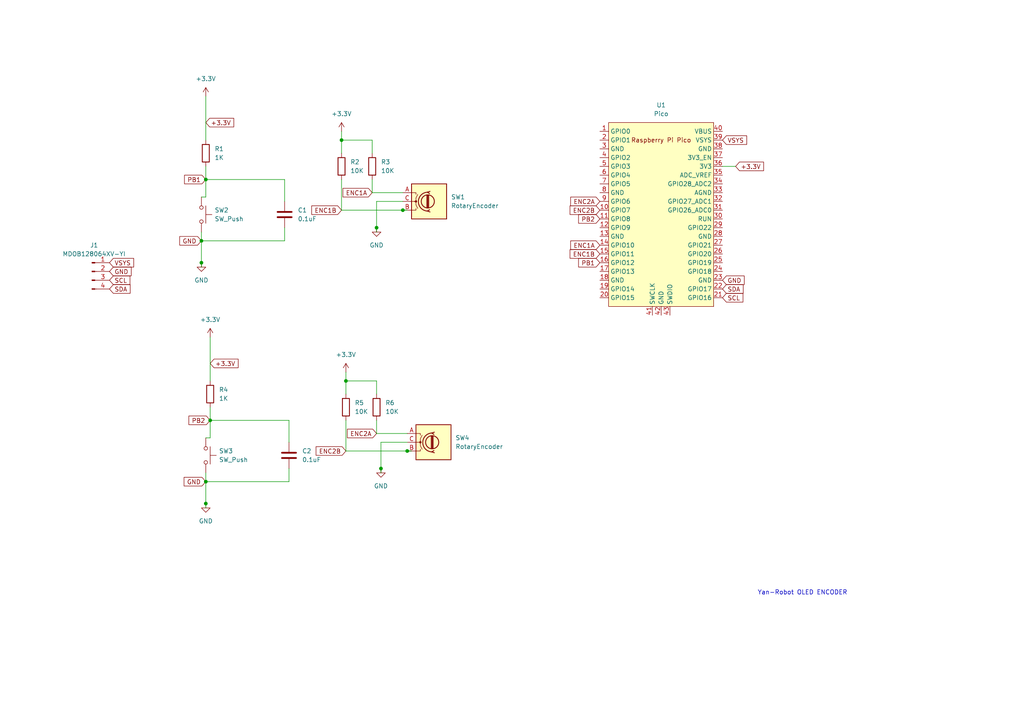
<source format=kicad_sch>
(kicad_sch (version 20230121) (generator eeschema)

  (uuid 7828d5b3-23bf-40cf-885b-8aa8879e93c9)

  (paper "A4")

  (lib_symbols
    (symbol "Connector:Conn_01x04_Pin" (pin_names (offset 1.016) hide) (in_bom yes) (on_board yes)
      (property "Reference" "J" (at 0 5.08 0)
        (effects (font (size 1.27 1.27)))
      )
      (property "Value" "Conn_01x04_Pin" (at 0 -7.62 0)
        (effects (font (size 1.27 1.27)))
      )
      (property "Footprint" "" (at 0 0 0)
        (effects (font (size 1.27 1.27)) hide)
      )
      (property "Datasheet" "~" (at 0 0 0)
        (effects (font (size 1.27 1.27)) hide)
      )
      (property "ki_locked" "" (at 0 0 0)
        (effects (font (size 1.27 1.27)))
      )
      (property "ki_keywords" "connector" (at 0 0 0)
        (effects (font (size 1.27 1.27)) hide)
      )
      (property "ki_description" "Generic connector, single row, 01x04, script generated" (at 0 0 0)
        (effects (font (size 1.27 1.27)) hide)
      )
      (property "ki_fp_filters" "Connector*:*_1x??_*" (at 0 0 0)
        (effects (font (size 1.27 1.27)) hide)
      )
      (symbol "Conn_01x04_Pin_1_1"
        (polyline
          (pts
            (xy 1.27 -5.08)
            (xy 0.8636 -5.08)
          )
          (stroke (width 0.1524) (type default))
          (fill (type none))
        )
        (polyline
          (pts
            (xy 1.27 -2.54)
            (xy 0.8636 -2.54)
          )
          (stroke (width 0.1524) (type default))
          (fill (type none))
        )
        (polyline
          (pts
            (xy 1.27 0)
            (xy 0.8636 0)
          )
          (stroke (width 0.1524) (type default))
          (fill (type none))
        )
        (polyline
          (pts
            (xy 1.27 2.54)
            (xy 0.8636 2.54)
          )
          (stroke (width 0.1524) (type default))
          (fill (type none))
        )
        (rectangle (start 0.8636 -4.953) (end 0 -5.207)
          (stroke (width 0.1524) (type default))
          (fill (type outline))
        )
        (rectangle (start 0.8636 -2.413) (end 0 -2.667)
          (stroke (width 0.1524) (type default))
          (fill (type outline))
        )
        (rectangle (start 0.8636 0.127) (end 0 -0.127)
          (stroke (width 0.1524) (type default))
          (fill (type outline))
        )
        (rectangle (start 0.8636 2.667) (end 0 2.413)
          (stroke (width 0.1524) (type default))
          (fill (type outline))
        )
        (pin passive line (at 5.08 2.54 180) (length 3.81)
          (name "Pin_1" (effects (font (size 1.27 1.27))))
          (number "1" (effects (font (size 1.27 1.27))))
        )
        (pin passive line (at 5.08 0 180) (length 3.81)
          (name "Pin_2" (effects (font (size 1.27 1.27))))
          (number "2" (effects (font (size 1.27 1.27))))
        )
        (pin passive line (at 5.08 -2.54 180) (length 3.81)
          (name "Pin_3" (effects (font (size 1.27 1.27))))
          (number "3" (effects (font (size 1.27 1.27))))
        )
        (pin passive line (at 5.08 -5.08 180) (length 3.81)
          (name "Pin_4" (effects (font (size 1.27 1.27))))
          (number "4" (effects (font (size 1.27 1.27))))
        )
      )
    )
    (symbol "Device:C" (pin_numbers hide) (pin_names (offset 0.254)) (in_bom yes) (on_board yes)
      (property "Reference" "C" (at 0.635 2.54 0)
        (effects (font (size 1.27 1.27)) (justify left))
      )
      (property "Value" "C" (at 0.635 -2.54 0)
        (effects (font (size 1.27 1.27)) (justify left))
      )
      (property "Footprint" "" (at 0.9652 -3.81 0)
        (effects (font (size 1.27 1.27)) hide)
      )
      (property "Datasheet" "~" (at 0 0 0)
        (effects (font (size 1.27 1.27)) hide)
      )
      (property "ki_keywords" "cap capacitor" (at 0 0 0)
        (effects (font (size 1.27 1.27)) hide)
      )
      (property "ki_description" "Unpolarized capacitor" (at 0 0 0)
        (effects (font (size 1.27 1.27)) hide)
      )
      (property "ki_fp_filters" "C_*" (at 0 0 0)
        (effects (font (size 1.27 1.27)) hide)
      )
      (symbol "C_0_1"
        (polyline
          (pts
            (xy -2.032 -0.762)
            (xy 2.032 -0.762)
          )
          (stroke (width 0.508) (type default))
          (fill (type none))
        )
        (polyline
          (pts
            (xy -2.032 0.762)
            (xy 2.032 0.762)
          )
          (stroke (width 0.508) (type default))
          (fill (type none))
        )
      )
      (symbol "C_1_1"
        (pin passive line (at 0 3.81 270) (length 2.794)
          (name "~" (effects (font (size 1.27 1.27))))
          (number "1" (effects (font (size 1.27 1.27))))
        )
        (pin passive line (at 0 -3.81 90) (length 2.794)
          (name "~" (effects (font (size 1.27 1.27))))
          (number "2" (effects (font (size 1.27 1.27))))
        )
      )
    )
    (symbol "Device:R" (pin_numbers hide) (pin_names (offset 0)) (in_bom yes) (on_board yes)
      (property "Reference" "R" (at 2.032 0 90)
        (effects (font (size 1.27 1.27)))
      )
      (property "Value" "R" (at 0 0 90)
        (effects (font (size 1.27 1.27)))
      )
      (property "Footprint" "" (at -1.778 0 90)
        (effects (font (size 1.27 1.27)) hide)
      )
      (property "Datasheet" "~" (at 0 0 0)
        (effects (font (size 1.27 1.27)) hide)
      )
      (property "ki_keywords" "R res resistor" (at 0 0 0)
        (effects (font (size 1.27 1.27)) hide)
      )
      (property "ki_description" "Resistor" (at 0 0 0)
        (effects (font (size 1.27 1.27)) hide)
      )
      (property "ki_fp_filters" "R_*" (at 0 0 0)
        (effects (font (size 1.27 1.27)) hide)
      )
      (symbol "R_0_1"
        (rectangle (start -1.016 -2.54) (end 1.016 2.54)
          (stroke (width 0.254) (type default))
          (fill (type none))
        )
      )
      (symbol "R_1_1"
        (pin passive line (at 0 3.81 270) (length 1.27)
          (name "~" (effects (font (size 1.27 1.27))))
          (number "1" (effects (font (size 1.27 1.27))))
        )
        (pin passive line (at 0 -3.81 90) (length 1.27)
          (name "~" (effects (font (size 1.27 1.27))))
          (number "2" (effects (font (size 1.27 1.27))))
        )
      )
    )
    (symbol "Device:RotaryEncoder" (pin_names (offset 0.254) hide) (in_bom yes) (on_board yes)
      (property "Reference" "SW" (at 0 6.604 0)
        (effects (font (size 1.27 1.27)))
      )
      (property "Value" "RotaryEncoder" (at 0 -6.604 0)
        (effects (font (size 1.27 1.27)))
      )
      (property "Footprint" "" (at -3.81 4.064 0)
        (effects (font (size 1.27 1.27)) hide)
      )
      (property "Datasheet" "~" (at 0 6.604 0)
        (effects (font (size 1.27 1.27)) hide)
      )
      (property "ki_keywords" "rotary switch encoder" (at 0 0 0)
        (effects (font (size 1.27 1.27)) hide)
      )
      (property "ki_description" "Rotary encoder, dual channel, incremental quadrate outputs" (at 0 0 0)
        (effects (font (size 1.27 1.27)) hide)
      )
      (property "ki_fp_filters" "RotaryEncoder*" (at 0 0 0)
        (effects (font (size 1.27 1.27)) hide)
      )
      (symbol "RotaryEncoder_0_1"
        (rectangle (start -5.08 5.08) (end 5.08 -5.08)
          (stroke (width 0.254) (type default))
          (fill (type background))
        )
        (circle (center -3.81 0) (radius 0.254)
          (stroke (width 0) (type default))
          (fill (type outline))
        )
        (circle (center -0.381 0) (radius 1.905)
          (stroke (width 0.254) (type default))
          (fill (type none))
        )
        (arc (start -0.381 2.667) (mid -3.0988 -0.0635) (end -0.381 -2.794)
          (stroke (width 0.254) (type default))
          (fill (type none))
        )
        (polyline
          (pts
            (xy -0.635 -1.778)
            (xy -0.635 1.778)
          )
          (stroke (width 0.254) (type default))
          (fill (type none))
        )
        (polyline
          (pts
            (xy -0.381 -1.778)
            (xy -0.381 1.778)
          )
          (stroke (width 0.254) (type default))
          (fill (type none))
        )
        (polyline
          (pts
            (xy -0.127 1.778)
            (xy -0.127 -1.778)
          )
          (stroke (width 0.254) (type default))
          (fill (type none))
        )
        (polyline
          (pts
            (xy -5.08 -2.54)
            (xy -3.81 -2.54)
            (xy -3.81 -2.032)
          )
          (stroke (width 0) (type default))
          (fill (type none))
        )
        (polyline
          (pts
            (xy -5.08 2.54)
            (xy -3.81 2.54)
            (xy -3.81 2.032)
          )
          (stroke (width 0) (type default))
          (fill (type none))
        )
        (polyline
          (pts
            (xy 0.254 -3.048)
            (xy -0.508 -2.794)
            (xy 0.127 -2.413)
          )
          (stroke (width 0.254) (type default))
          (fill (type none))
        )
        (polyline
          (pts
            (xy 0.254 2.921)
            (xy -0.508 2.667)
            (xy 0.127 2.286)
          )
          (stroke (width 0.254) (type default))
          (fill (type none))
        )
        (polyline
          (pts
            (xy -5.08 0)
            (xy -3.81 0)
            (xy -3.81 -1.016)
            (xy -3.302 -2.032)
          )
          (stroke (width 0) (type default))
          (fill (type none))
        )
        (polyline
          (pts
            (xy -4.318 0)
            (xy -3.81 0)
            (xy -3.81 1.016)
            (xy -3.302 2.032)
          )
          (stroke (width 0) (type default))
          (fill (type none))
        )
      )
      (symbol "RotaryEncoder_1_1"
        (pin passive line (at -7.62 2.54 0) (length 2.54)
          (name "A" (effects (font (size 1.27 1.27))))
          (number "A" (effects (font (size 1.27 1.27))))
        )
        (pin passive line (at -7.62 -2.54 0) (length 2.54)
          (name "B" (effects (font (size 1.27 1.27))))
          (number "B" (effects (font (size 1.27 1.27))))
        )
        (pin passive line (at -7.62 0 0) (length 2.54)
          (name "C" (effects (font (size 1.27 1.27))))
          (number "C" (effects (font (size 1.27 1.27))))
        )
      )
    )
    (symbol "MCU_RaspberryPi_and_Boards:Pico" (in_bom yes) (on_board yes)
      (property "Reference" "U" (at -13.97 27.94 0)
        (effects (font (size 1.27 1.27)))
      )
      (property "Value" "Pico" (at 0 19.05 0)
        (effects (font (size 1.27 1.27)))
      )
      (property "Footprint" "RPi_Pico:RPi_Pico_SMD_TH" (at 0 0 90)
        (effects (font (size 1.27 1.27)) hide)
      )
      (property "Datasheet" "" (at 0 0 0)
        (effects (font (size 1.27 1.27)) hide)
      )
      (symbol "Pico_0_0"
        (text "Raspberry Pi Pico" (at 0 21.59 0)
          (effects (font (size 1.27 1.27)))
        )
      )
      (symbol "Pico_0_1"
        (rectangle (start -15.24 26.67) (end 15.24 -26.67)
          (stroke (width 0) (type default))
          (fill (type background))
        )
      )
      (symbol "Pico_1_1"
        (pin bidirectional line (at -17.78 24.13 0) (length 2.54)
          (name "GPIO0" (effects (font (size 1.27 1.27))))
          (number "1" (effects (font (size 1.27 1.27))))
        )
        (pin bidirectional line (at -17.78 1.27 0) (length 2.54)
          (name "GPIO7" (effects (font (size 1.27 1.27))))
          (number "10" (effects (font (size 1.27 1.27))))
        )
        (pin bidirectional line (at -17.78 -1.27 0) (length 2.54)
          (name "GPIO8" (effects (font (size 1.27 1.27))))
          (number "11" (effects (font (size 1.27 1.27))))
        )
        (pin bidirectional line (at -17.78 -3.81 0) (length 2.54)
          (name "GPIO9" (effects (font (size 1.27 1.27))))
          (number "12" (effects (font (size 1.27 1.27))))
        )
        (pin power_in line (at -17.78 -6.35 0) (length 2.54)
          (name "GND" (effects (font (size 1.27 1.27))))
          (number "13" (effects (font (size 1.27 1.27))))
        )
        (pin bidirectional line (at -17.78 -8.89 0) (length 2.54)
          (name "GPIO10" (effects (font (size 1.27 1.27))))
          (number "14" (effects (font (size 1.27 1.27))))
        )
        (pin bidirectional line (at -17.78 -11.43 0) (length 2.54)
          (name "GPIO11" (effects (font (size 1.27 1.27))))
          (number "15" (effects (font (size 1.27 1.27))))
        )
        (pin bidirectional line (at -17.78 -13.97 0) (length 2.54)
          (name "GPIO12" (effects (font (size 1.27 1.27))))
          (number "16" (effects (font (size 1.27 1.27))))
        )
        (pin bidirectional line (at -17.78 -16.51 0) (length 2.54)
          (name "GPIO13" (effects (font (size 1.27 1.27))))
          (number "17" (effects (font (size 1.27 1.27))))
        )
        (pin power_in line (at -17.78 -19.05 0) (length 2.54)
          (name "GND" (effects (font (size 1.27 1.27))))
          (number "18" (effects (font (size 1.27 1.27))))
        )
        (pin bidirectional line (at -17.78 -21.59 0) (length 2.54)
          (name "GPIO14" (effects (font (size 1.27 1.27))))
          (number "19" (effects (font (size 1.27 1.27))))
        )
        (pin bidirectional line (at -17.78 21.59 0) (length 2.54)
          (name "GPIO1" (effects (font (size 1.27 1.27))))
          (number "2" (effects (font (size 1.27 1.27))))
        )
        (pin bidirectional line (at -17.78 -24.13 0) (length 2.54)
          (name "GPIO15" (effects (font (size 1.27 1.27))))
          (number "20" (effects (font (size 1.27 1.27))))
        )
        (pin bidirectional line (at 17.78 -24.13 180) (length 2.54)
          (name "GPIO16" (effects (font (size 1.27 1.27))))
          (number "21" (effects (font (size 1.27 1.27))))
        )
        (pin bidirectional line (at 17.78 -21.59 180) (length 2.54)
          (name "GPIO17" (effects (font (size 1.27 1.27))))
          (number "22" (effects (font (size 1.27 1.27))))
        )
        (pin power_in line (at 17.78 -19.05 180) (length 2.54)
          (name "GND" (effects (font (size 1.27 1.27))))
          (number "23" (effects (font (size 1.27 1.27))))
        )
        (pin bidirectional line (at 17.78 -16.51 180) (length 2.54)
          (name "GPIO18" (effects (font (size 1.27 1.27))))
          (number "24" (effects (font (size 1.27 1.27))))
        )
        (pin bidirectional line (at 17.78 -13.97 180) (length 2.54)
          (name "GPIO19" (effects (font (size 1.27 1.27))))
          (number "25" (effects (font (size 1.27 1.27))))
        )
        (pin bidirectional line (at 17.78 -11.43 180) (length 2.54)
          (name "GPIO20" (effects (font (size 1.27 1.27))))
          (number "26" (effects (font (size 1.27 1.27))))
        )
        (pin bidirectional line (at 17.78 -8.89 180) (length 2.54)
          (name "GPIO21" (effects (font (size 1.27 1.27))))
          (number "27" (effects (font (size 1.27 1.27))))
        )
        (pin power_in line (at 17.78 -6.35 180) (length 2.54)
          (name "GND" (effects (font (size 1.27 1.27))))
          (number "28" (effects (font (size 1.27 1.27))))
        )
        (pin bidirectional line (at 17.78 -3.81 180) (length 2.54)
          (name "GPIO22" (effects (font (size 1.27 1.27))))
          (number "29" (effects (font (size 1.27 1.27))))
        )
        (pin power_in line (at -17.78 19.05 0) (length 2.54)
          (name "GND" (effects (font (size 1.27 1.27))))
          (number "3" (effects (font (size 1.27 1.27))))
        )
        (pin input line (at 17.78 -1.27 180) (length 2.54)
          (name "RUN" (effects (font (size 1.27 1.27))))
          (number "30" (effects (font (size 1.27 1.27))))
        )
        (pin bidirectional line (at 17.78 1.27 180) (length 2.54)
          (name "GPIO26_ADC0" (effects (font (size 1.27 1.27))))
          (number "31" (effects (font (size 1.27 1.27))))
        )
        (pin bidirectional line (at 17.78 3.81 180) (length 2.54)
          (name "GPIO27_ADC1" (effects (font (size 1.27 1.27))))
          (number "32" (effects (font (size 1.27 1.27))))
        )
        (pin power_in line (at 17.78 6.35 180) (length 2.54)
          (name "AGND" (effects (font (size 1.27 1.27))))
          (number "33" (effects (font (size 1.27 1.27))))
        )
        (pin bidirectional line (at 17.78 8.89 180) (length 2.54)
          (name "GPIO28_ADC2" (effects (font (size 1.27 1.27))))
          (number "34" (effects (font (size 1.27 1.27))))
        )
        (pin power_in line (at 17.78 11.43 180) (length 2.54)
          (name "ADC_VREF" (effects (font (size 1.27 1.27))))
          (number "35" (effects (font (size 1.27 1.27))))
        )
        (pin power_in line (at 17.78 13.97 180) (length 2.54)
          (name "3V3" (effects (font (size 1.27 1.27))))
          (number "36" (effects (font (size 1.27 1.27))))
        )
        (pin input line (at 17.78 16.51 180) (length 2.54)
          (name "3V3_EN" (effects (font (size 1.27 1.27))))
          (number "37" (effects (font (size 1.27 1.27))))
        )
        (pin bidirectional line (at 17.78 19.05 180) (length 2.54)
          (name "GND" (effects (font (size 1.27 1.27))))
          (number "38" (effects (font (size 1.27 1.27))))
        )
        (pin power_in line (at 17.78 21.59 180) (length 2.54)
          (name "VSYS" (effects (font (size 1.27 1.27))))
          (number "39" (effects (font (size 1.27 1.27))))
        )
        (pin bidirectional line (at -17.78 16.51 0) (length 2.54)
          (name "GPIO2" (effects (font (size 1.27 1.27))))
          (number "4" (effects (font (size 1.27 1.27))))
        )
        (pin power_in line (at 17.78 24.13 180) (length 2.54)
          (name "VBUS" (effects (font (size 1.27 1.27))))
          (number "40" (effects (font (size 1.27 1.27))))
        )
        (pin input line (at -2.54 -29.21 90) (length 2.54)
          (name "SWCLK" (effects (font (size 1.27 1.27))))
          (number "41" (effects (font (size 1.27 1.27))))
        )
        (pin power_in line (at 0 -29.21 90) (length 2.54)
          (name "GND" (effects (font (size 1.27 1.27))))
          (number "42" (effects (font (size 1.27 1.27))))
        )
        (pin bidirectional line (at 2.54 -29.21 90) (length 2.54)
          (name "SWDIO" (effects (font (size 1.27 1.27))))
          (number "43" (effects (font (size 1.27 1.27))))
        )
        (pin bidirectional line (at -17.78 13.97 0) (length 2.54)
          (name "GPIO3" (effects (font (size 1.27 1.27))))
          (number "5" (effects (font (size 1.27 1.27))))
        )
        (pin bidirectional line (at -17.78 11.43 0) (length 2.54)
          (name "GPIO4" (effects (font (size 1.27 1.27))))
          (number "6" (effects (font (size 1.27 1.27))))
        )
        (pin bidirectional line (at -17.78 8.89 0) (length 2.54)
          (name "GPIO5" (effects (font (size 1.27 1.27))))
          (number "7" (effects (font (size 1.27 1.27))))
        )
        (pin power_in line (at -17.78 6.35 0) (length 2.54)
          (name "GND" (effects (font (size 1.27 1.27))))
          (number "8" (effects (font (size 1.27 1.27))))
        )
        (pin bidirectional line (at -17.78 3.81 0) (length 2.54)
          (name "GPIO6" (effects (font (size 1.27 1.27))))
          (number "9" (effects (font (size 1.27 1.27))))
        )
      )
    )
    (symbol "Switch:SW_Push" (pin_numbers hide) (pin_names (offset 1.016) hide) (in_bom yes) (on_board yes)
      (property "Reference" "SW" (at 1.27 2.54 0)
        (effects (font (size 1.27 1.27)) (justify left))
      )
      (property "Value" "SW_Push" (at 0 -1.524 0)
        (effects (font (size 1.27 1.27)))
      )
      (property "Footprint" "" (at 0 5.08 0)
        (effects (font (size 1.27 1.27)) hide)
      )
      (property "Datasheet" "~" (at 0 5.08 0)
        (effects (font (size 1.27 1.27)) hide)
      )
      (property "ki_keywords" "switch normally-open pushbutton push-button" (at 0 0 0)
        (effects (font (size 1.27 1.27)) hide)
      )
      (property "ki_description" "Push button switch, generic, two pins" (at 0 0 0)
        (effects (font (size 1.27 1.27)) hide)
      )
      (symbol "SW_Push_0_1"
        (circle (center -2.032 0) (radius 0.508)
          (stroke (width 0) (type default))
          (fill (type none))
        )
        (polyline
          (pts
            (xy 0 1.27)
            (xy 0 3.048)
          )
          (stroke (width 0) (type default))
          (fill (type none))
        )
        (polyline
          (pts
            (xy 2.54 1.27)
            (xy -2.54 1.27)
          )
          (stroke (width 0) (type default))
          (fill (type none))
        )
        (circle (center 2.032 0) (radius 0.508)
          (stroke (width 0) (type default))
          (fill (type none))
        )
        (pin passive line (at -5.08 0 0) (length 2.54)
          (name "1" (effects (font (size 1.27 1.27))))
          (number "1" (effects (font (size 1.27 1.27))))
        )
        (pin passive line (at 5.08 0 180) (length 2.54)
          (name "2" (effects (font (size 1.27 1.27))))
          (number "2" (effects (font (size 1.27 1.27))))
        )
      )
    )
    (symbol "power:+3.3V" (power) (pin_names (offset 0)) (in_bom yes) (on_board yes)
      (property "Reference" "#PWR" (at 0 -3.81 0)
        (effects (font (size 1.27 1.27)) hide)
      )
      (property "Value" "+3.3V" (at 0 3.556 0)
        (effects (font (size 1.27 1.27)))
      )
      (property "Footprint" "" (at 0 0 0)
        (effects (font (size 1.27 1.27)) hide)
      )
      (property "Datasheet" "" (at 0 0 0)
        (effects (font (size 1.27 1.27)) hide)
      )
      (property "ki_keywords" "global power" (at 0 0 0)
        (effects (font (size 1.27 1.27)) hide)
      )
      (property "ki_description" "Power symbol creates a global label with name \"+3.3V\"" (at 0 0 0)
        (effects (font (size 1.27 1.27)) hide)
      )
      (symbol "+3.3V_0_1"
        (polyline
          (pts
            (xy -0.762 1.27)
            (xy 0 2.54)
          )
          (stroke (width 0) (type default))
          (fill (type none))
        )
        (polyline
          (pts
            (xy 0 0)
            (xy 0 2.54)
          )
          (stroke (width 0) (type default))
          (fill (type none))
        )
        (polyline
          (pts
            (xy 0 2.54)
            (xy 0.762 1.27)
          )
          (stroke (width 0) (type default))
          (fill (type none))
        )
      )
      (symbol "+3.3V_1_1"
        (pin power_in line (at 0 0 90) (length 0) hide
          (name "+3.3V" (effects (font (size 1.27 1.27))))
          (number "1" (effects (font (size 1.27 1.27))))
        )
      )
    )
    (symbol "power:GND" (power) (pin_names (offset 0)) (in_bom yes) (on_board yes)
      (property "Reference" "#PWR" (at 0 -6.35 0)
        (effects (font (size 1.27 1.27)) hide)
      )
      (property "Value" "GND" (at 0 -3.81 0)
        (effects (font (size 1.27 1.27)))
      )
      (property "Footprint" "" (at 0 0 0)
        (effects (font (size 1.27 1.27)) hide)
      )
      (property "Datasheet" "" (at 0 0 0)
        (effects (font (size 1.27 1.27)) hide)
      )
      (property "ki_keywords" "global power" (at 0 0 0)
        (effects (font (size 1.27 1.27)) hide)
      )
      (property "ki_description" "Power symbol creates a global label with name \"GND\" , ground" (at 0 0 0)
        (effects (font (size 1.27 1.27)) hide)
      )
      (symbol "GND_0_1"
        (polyline
          (pts
            (xy 0 0)
            (xy 0 -1.27)
            (xy 1.27 -1.27)
            (xy 0 -2.54)
            (xy -1.27 -1.27)
            (xy 0 -1.27)
          )
          (stroke (width 0) (type default))
          (fill (type none))
        )
      )
      (symbol "GND_1_1"
        (pin power_in line (at 0 0 270) (length 0) hide
          (name "GND" (effects (font (size 1.27 1.27))))
          (number "1" (effects (font (size 1.27 1.27))))
        )
      )
    )
  )

  (junction (at 100.33 110.49) (diameter 0) (color 0 0 0 0)
    (uuid 0da43820-9892-4063-918a-76904be123b6)
  )
  (junction (at 99.06 40.64) (diameter 0) (color 0 0 0 0)
    (uuid 17a0f1a2-25f9-4d78-b168-9b40b55d1009)
  )
  (junction (at 109.22 66.04) (diameter 0) (color 0 0 0 0)
    (uuid 1b08664a-fefd-4038-8790-0423368916a8)
  )
  (junction (at 110.49 135.89) (diameter 0) (color 0 0 0 0)
    (uuid 3374fda5-93e0-4616-9f71-90c77f55bc9f)
  )
  (junction (at 59.69 146.05) (diameter 0) (color 0 0 0 0)
    (uuid 3fed8970-60eb-4eba-9e0f-9b74a2cf2817)
  )
  (junction (at 116.84 60.96) (diameter 0) (color 0 0 0 0)
    (uuid 4bc37206-de2f-4030-abe3-eac0d01268c9)
  )
  (junction (at 58.42 76.2) (diameter 0) (color 0 0 0 0)
    (uuid 4f345086-7557-4a2a-8f68-53215d017f0f)
  )
  (junction (at 118.11 130.81) (diameter 0) (color 0 0 0 0)
    (uuid 50068932-9eb8-4398-9033-80c8b5a819d0)
  )
  (junction (at 60.96 121.92) (diameter 0) (color 0 0 0 0)
    (uuid 5bb61590-9740-496c-b8d7-5820db2391b5)
  )
  (junction (at 59.69 52.07) (diameter 0) (color 0 0 0 0)
    (uuid b5f04362-4ef3-406c-97cd-bdf52ad200a9)
  )
  (junction (at 59.69 139.7) (diameter 0) (color 0 0 0 0)
    (uuid bc6a2cd5-28c5-402d-bd8f-29e26b1ebc71)
  )
  (junction (at 58.42 69.85) (diameter 0) (color 0 0 0 0)
    (uuid cffa649f-4626-40ad-83ba-8d3ddb298e0b)
  )

  (wire (pts (xy 82.55 69.85) (xy 58.42 69.85))
    (stroke (width 0) (type default))
    (uuid 0175c284-8546-488d-90b0-906f42d4e824)
  )
  (wire (pts (xy 107.95 44.45) (xy 107.95 40.64))
    (stroke (width 0) (type default))
    (uuid 03efa592-57ab-475f-b036-a1ff0269fa91)
  )
  (wire (pts (xy 109.22 121.92) (xy 109.22 125.73))
    (stroke (width 0) (type default))
    (uuid 0ec25371-9b06-432f-bb1a-3f333a317c9b)
  )
  (wire (pts (xy 60.96 127) (xy 59.69 127))
    (stroke (width 0) (type default))
    (uuid 1054cd94-eabe-4901-a795-b3236d51768b)
  )
  (wire (pts (xy 99.06 40.64) (xy 107.95 40.64))
    (stroke (width 0) (type default))
    (uuid 11827f10-53df-41fb-b449-8e84946b6a46)
  )
  (wire (pts (xy 60.96 121.92) (xy 83.82 121.92))
    (stroke (width 0) (type default))
    (uuid 1743fc69-1d0b-43e7-ab27-b8fc27d33272)
  )
  (wire (pts (xy 116.84 60.96) (xy 118.11 60.96))
    (stroke (width 0) (type default))
    (uuid 1aadd011-0ad3-4120-8a5c-28116b045864)
  )
  (wire (pts (xy 118.11 130.81) (xy 119.38 130.81))
    (stroke (width 0) (type default))
    (uuid 1f5a6699-91f7-47d3-b839-5e2c9d0a8d47)
  )
  (wire (pts (xy 107.95 55.88) (xy 116.84 55.88))
    (stroke (width 0) (type default))
    (uuid 283925c4-e041-4351-86fa-fda363d7a1a3)
  )
  (wire (pts (xy 60.96 118.11) (xy 60.96 121.92))
    (stroke (width 0) (type default))
    (uuid 2a886f15-9ce2-4073-9c4f-f9fc900055a1)
  )
  (wire (pts (xy 100.33 107.95) (xy 100.33 110.49))
    (stroke (width 0) (type default))
    (uuid 37437a40-50ee-46ba-b024-6e3fcf9320ef)
  )
  (wire (pts (xy 83.82 121.92) (xy 83.82 128.27))
    (stroke (width 0) (type default))
    (uuid 394d0412-90e7-47b2-acc6-7f77135ac1b4)
  )
  (wire (pts (xy 109.22 114.3) (xy 109.22 110.49))
    (stroke (width 0) (type default))
    (uuid 409079bc-cdbf-4d7c-b604-54e0220ab91a)
  )
  (wire (pts (xy 110.49 135.89) (xy 110.49 137.16))
    (stroke (width 0) (type default))
    (uuid 40efb268-894b-4c5e-92b7-b233931444a5)
  )
  (wire (pts (xy 109.22 58.42) (xy 109.22 66.04))
    (stroke (width 0) (type default))
    (uuid 4158b15d-14be-4ba5-a048-456574e6c128)
  )
  (wire (pts (xy 118.11 128.27) (xy 110.49 128.27))
    (stroke (width 0) (type default))
    (uuid 48a4060f-4e32-4a04-8e59-e6bf3785900d)
  )
  (wire (pts (xy 99.06 60.96) (xy 116.84 60.96))
    (stroke (width 0) (type default))
    (uuid 4adbf1d5-33c1-4090-87ff-4f25c6c3c9ed)
  )
  (wire (pts (xy 107.95 52.07) (xy 107.95 55.88))
    (stroke (width 0) (type default))
    (uuid 4b9885b4-be8e-45cf-9c96-5595440f9021)
  )
  (wire (pts (xy 59.69 146.05) (xy 59.69 147.32))
    (stroke (width 0) (type default))
    (uuid 50047094-38ab-4c30-990f-e5ce4118e368)
  )
  (wire (pts (xy 58.42 69.85) (xy 58.42 76.2))
    (stroke (width 0) (type default))
    (uuid 52c76902-10e2-4b46-b7a2-460946cebc17)
  )
  (wire (pts (xy 59.69 139.7) (xy 59.69 146.05))
    (stroke (width 0) (type default))
    (uuid 530bebbb-d5ed-4da2-b468-7421b10a9cfd)
  )
  (wire (pts (xy 58.42 76.2) (xy 58.42 77.47))
    (stroke (width 0) (type default))
    (uuid 55f9bab0-e5c4-4de5-9fdc-f3c1857bdc74)
  )
  (wire (pts (xy 213.36 48.26) (xy 209.55 48.26))
    (stroke (width 0) (type default))
    (uuid 5bf46376-05e7-41f4-8156-09ed0a6eb41e)
  )
  (wire (pts (xy 116.84 58.42) (xy 109.22 58.42))
    (stroke (width 0) (type default))
    (uuid 66661b7d-f374-46fa-bbdc-ef50d39ba63f)
  )
  (wire (pts (xy 82.55 52.07) (xy 82.55 58.42))
    (stroke (width 0) (type default))
    (uuid 6d98c3a1-93e0-4ee3-aa4c-b5581eaebe05)
  )
  (wire (pts (xy 59.69 52.07) (xy 59.69 57.15))
    (stroke (width 0) (type default))
    (uuid 864ece6d-1d1a-4c07-9a90-2a121c6858bc)
  )
  (wire (pts (xy 59.69 57.15) (xy 58.42 57.15))
    (stroke (width 0) (type default))
    (uuid 86820c3e-e53f-40c8-83ea-d6fa3016dfac)
  )
  (wire (pts (xy 100.33 110.49) (xy 109.22 110.49))
    (stroke (width 0) (type default))
    (uuid 86abf39f-b2f0-4d35-977c-2e4708dd2312)
  )
  (wire (pts (xy 60.96 121.92) (xy 60.96 127))
    (stroke (width 0) (type default))
    (uuid 8c81575a-fbde-43f8-ac42-54d5591370f8)
  )
  (wire (pts (xy 99.06 40.64) (xy 99.06 44.45))
    (stroke (width 0) (type default))
    (uuid 8d17b085-aa51-4177-88d3-67707a13a35e)
  )
  (wire (pts (xy 83.82 135.89) (xy 83.82 139.7))
    (stroke (width 0) (type default))
    (uuid 93da640d-7f3f-4c0e-a71c-6bdcc525862b)
  )
  (wire (pts (xy 59.69 27.94) (xy 59.69 40.64))
    (stroke (width 0) (type default))
    (uuid 9a227394-a186-4502-bf51-09e6be0d89f8)
  )
  (wire (pts (xy 59.69 137.16) (xy 59.69 139.7))
    (stroke (width 0) (type default))
    (uuid a1174062-918d-474a-b65e-9a7190dc898d)
  )
  (wire (pts (xy 99.06 38.1) (xy 99.06 40.64))
    (stroke (width 0) (type default))
    (uuid ab5b1dfc-43a1-4e1c-b948-4949eedd6b29)
  )
  (wire (pts (xy 109.22 125.73) (xy 118.11 125.73))
    (stroke (width 0) (type default))
    (uuid b136ec8a-fdb3-4662-897b-7ed7e0bc528b)
  )
  (wire (pts (xy 100.33 130.81) (xy 118.11 130.81))
    (stroke (width 0) (type default))
    (uuid b160dcb8-f9a6-4084-8b19-86e36e8615bb)
  )
  (wire (pts (xy 110.49 128.27) (xy 110.49 135.89))
    (stroke (width 0) (type default))
    (uuid b99ee453-d218-44d0-ba9c-12a8e883c807)
  )
  (wire (pts (xy 59.69 48.26) (xy 59.69 52.07))
    (stroke (width 0) (type default))
    (uuid b9b088b6-76fb-4d93-980b-d86553021069)
  )
  (wire (pts (xy 82.55 66.04) (xy 82.55 69.85))
    (stroke (width 0) (type default))
    (uuid c32f847d-abfa-45a2-824c-016f8b2ecf6c)
  )
  (wire (pts (xy 109.22 66.04) (xy 109.22 67.31))
    (stroke (width 0) (type default))
    (uuid ca30de00-c255-4f78-82d7-1b81eb59910a)
  )
  (wire (pts (xy 100.33 121.92) (xy 100.33 130.81))
    (stroke (width 0) (type default))
    (uuid d1d71669-62b7-438f-aedb-96b4e7bc5cdb)
  )
  (wire (pts (xy 60.96 97.79) (xy 60.96 110.49))
    (stroke (width 0) (type default))
    (uuid d250c428-0dbd-4fc3-8d6f-f97d84220f30)
  )
  (wire (pts (xy 100.33 110.49) (xy 100.33 114.3))
    (stroke (width 0) (type default))
    (uuid d574e15f-d864-4669-9ad8-d0427c626b3c)
  )
  (wire (pts (xy 58.42 67.31) (xy 58.42 69.85))
    (stroke (width 0) (type default))
    (uuid d73e1854-90f2-46ec-b47b-a413f6387d04)
  )
  (wire (pts (xy 99.06 52.07) (xy 99.06 60.96))
    (stroke (width 0) (type default))
    (uuid d778adb1-f3b5-41b5-a226-82f464aa4ba1)
  )
  (wire (pts (xy 59.69 52.07) (xy 82.55 52.07))
    (stroke (width 0) (type default))
    (uuid d81e595e-1656-4bec-ba76-9f424c8a81e0)
  )
  (wire (pts (xy 83.82 139.7) (xy 59.69 139.7))
    (stroke (width 0) (type default))
    (uuid e78164ff-3ccc-4024-9f03-45cd365eaa60)
  )

  (text "Yan-Robot OLED ENCODER " (at 219.71 172.72 0)
    (effects (font (size 1.27 1.27)) (justify left bottom))
    (uuid aeffa478-8710-4bad-b13f-c9233cd111b2)
  )

  (global_label "ENC1B" (shape input) (at 99.06 60.96 180) (fields_autoplaced)
    (effects (font (size 1.27 1.27)) (justify right))
    (uuid 038d5ad6-43b2-4440-a8d3-11331ab6c7c9)
    (property "Intersheetrefs" "${INTERSHEET_REFS}" (at 89.8458 60.96 0)
      (effects (font (size 1.27 1.27)) (justify right) hide)
    )
  )
  (global_label "ENC2B" (shape input) (at 173.99 60.96 180) (fields_autoplaced)
    (effects (font (size 1.27 1.27)) (justify right))
    (uuid 0e3b6628-8e33-494d-9c6a-67247269f23f)
    (property "Intersheetrefs" "${INTERSHEET_REFS}" (at 164.7758 60.96 0)
      (effects (font (size 1.27 1.27)) (justify right) hide)
    )
  )
  (global_label "PB2" (shape input) (at 173.99 63.5 180) (fields_autoplaced)
    (effects (font (size 1.27 1.27)) (justify right))
    (uuid 10533f92-50ae-4ca2-91b0-c2c61dfcfbbf)
    (property "Intersheetrefs" "${INTERSHEET_REFS}" (at 167.2553 63.5 0)
      (effects (font (size 1.27 1.27)) (justify right) hide)
    )
  )
  (global_label "+3.3V" (shape input) (at 59.69 35.56 0) (fields_autoplaced)
    (effects (font (size 1.27 1.27)) (justify left))
    (uuid 108fb2c2-f116-4935-ba46-e223eb575baa)
    (property "Intersheetrefs" "${INTERSHEET_REFS}" (at 68.36 35.56 0)
      (effects (font (size 1.27 1.27)) (justify left) hide)
    )
  )
  (global_label "ENC2B" (shape input) (at 100.33 130.81 180) (fields_autoplaced)
    (effects (font (size 1.27 1.27)) (justify right))
    (uuid 123ac50d-2958-4660-a98a-4794ad0b4965)
    (property "Intersheetrefs" "${INTERSHEET_REFS}" (at 91.1158 130.81 0)
      (effects (font (size 1.27 1.27)) (justify right) hide)
    )
  )
  (global_label "SCL" (shape input) (at 31.75 81.28 0) (fields_autoplaced)
    (effects (font (size 1.27 1.27)) (justify left))
    (uuid 22268bfa-f8ff-4d65-a4c3-ce1f8995293d)
    (property "Intersheetrefs" "${INTERSHEET_REFS}" (at 38.2428 81.28 0)
      (effects (font (size 1.27 1.27)) (justify left) hide)
    )
  )
  (global_label "ENC2A" (shape input) (at 109.22 125.73 180) (fields_autoplaced)
    (effects (font (size 1.27 1.27)) (justify right))
    (uuid 4ba4f1a2-e6a0-4c8c-9099-9794cc61effe)
    (property "Intersheetrefs" "${INTERSHEET_REFS}" (at 100.1872 125.73 0)
      (effects (font (size 1.27 1.27)) (justify right) hide)
    )
  )
  (global_label "PB1" (shape input) (at 59.69 52.07 180) (fields_autoplaced)
    (effects (font (size 1.27 1.27)) (justify right))
    (uuid 4fc6d012-d6f1-4bca-99f9-c590bcad86d0)
    (property "Intersheetrefs" "${INTERSHEET_REFS}" (at 52.9553 52.07 0)
      (effects (font (size 1.27 1.27)) (justify right) hide)
    )
  )
  (global_label "PB2" (shape input) (at 60.96 121.92 180) (fields_autoplaced)
    (effects (font (size 1.27 1.27)) (justify right))
    (uuid 5418a654-4d9c-4b56-b156-4a0d359013e0)
    (property "Intersheetrefs" "${INTERSHEET_REFS}" (at 54.2253 121.92 0)
      (effects (font (size 1.27 1.27)) (justify right) hide)
    )
  )
  (global_label "ENC1A" (shape input) (at 107.95 55.88 180) (fields_autoplaced)
    (effects (font (size 1.27 1.27)) (justify right))
    (uuid 65a3d5e5-c1a1-4bee-8456-8f76f145f424)
    (property "Intersheetrefs" "${INTERSHEET_REFS}" (at 98.9172 55.88 0)
      (effects (font (size 1.27 1.27)) (justify right) hide)
    )
  )
  (global_label "+3.3V" (shape input) (at 60.96 105.41 0) (fields_autoplaced)
    (effects (font (size 1.27 1.27)) (justify left))
    (uuid 719bbffe-5c5b-447d-9a63-656fa4580ffd)
    (property "Intersheetrefs" "${INTERSHEET_REFS}" (at 69.63 105.41 0)
      (effects (font (size 1.27 1.27)) (justify left) hide)
    )
  )
  (global_label "SCL" (shape input) (at 209.55 86.36 0) (fields_autoplaced)
    (effects (font (size 1.27 1.27)) (justify left))
    (uuid 7bb8839a-7db2-44c5-8763-25bfd7d54e10)
    (property "Intersheetrefs" "${INTERSHEET_REFS}" (at 216.0428 86.36 0)
      (effects (font (size 1.27 1.27)) (justify left) hide)
    )
  )
  (global_label "+3.3V" (shape input) (at 213.36 48.26 0) (fields_autoplaced)
    (effects (font (size 1.27 1.27)) (justify left))
    (uuid 7d168980-814d-425b-8d92-873fbec8be15)
    (property "Intersheetrefs" "${INTERSHEET_REFS}" (at 222.03 48.26 0)
      (effects (font (size 1.27 1.27)) (justify left) hide)
    )
  )
  (global_label "GND" (shape input) (at 31.75 78.74 0) (fields_autoplaced)
    (effects (font (size 1.27 1.27)) (justify left))
    (uuid 81851399-20bb-464c-a5df-551925139f42)
    (property "Intersheetrefs" "${INTERSHEET_REFS}" (at 38.6057 78.74 0)
      (effects (font (size 1.27 1.27)) (justify left) hide)
    )
  )
  (global_label "GND" (shape input) (at 58.42 69.85 180) (fields_autoplaced)
    (effects (font (size 1.27 1.27)) (justify right))
    (uuid 86193756-2fd1-456f-8930-341e915d0022)
    (property "Intersheetrefs" "${INTERSHEET_REFS}" (at 51.5643 69.85 0)
      (effects (font (size 1.27 1.27)) (justify right) hide)
    )
  )
  (global_label "VSYS" (shape input) (at 31.75 76.2 0) (fields_autoplaced)
    (effects (font (size 1.27 1.27)) (justify left))
    (uuid 873aa87b-e225-47d9-b476-0d1a91c146ac)
    (property "Intersheetrefs" "${INTERSHEET_REFS}" (at 39.3314 76.2 0)
      (effects (font (size 1.27 1.27)) (justify left) hide)
    )
  )
  (global_label "ENC1B" (shape input) (at 173.99 73.66 180) (fields_autoplaced)
    (effects (font (size 1.27 1.27)) (justify right))
    (uuid 9b37f8bc-53b6-48a4-8116-244e8ece03a5)
    (property "Intersheetrefs" "${INTERSHEET_REFS}" (at 164.7758 73.66 0)
      (effects (font (size 1.27 1.27)) (justify right) hide)
    )
  )
  (global_label "SDA" (shape input) (at 31.75 83.82 0) (fields_autoplaced)
    (effects (font (size 1.27 1.27)) (justify left))
    (uuid 9d622618-7019-4cbf-844b-72aba744690c)
    (property "Intersheetrefs" "${INTERSHEET_REFS}" (at 38.3033 83.82 0)
      (effects (font (size 1.27 1.27)) (justify left) hide)
    )
  )
  (global_label "PB1" (shape input) (at 173.99 76.2 180) (fields_autoplaced)
    (effects (font (size 1.27 1.27)) (justify right))
    (uuid a40dee95-320a-4bc5-9a82-943a8151e4c8)
    (property "Intersheetrefs" "${INTERSHEET_REFS}" (at 167.2553 76.2 0)
      (effects (font (size 1.27 1.27)) (justify right) hide)
    )
  )
  (global_label "GND" (shape input) (at 209.55 81.28 0) (fields_autoplaced)
    (effects (font (size 1.27 1.27)) (justify left))
    (uuid a528b63f-4484-405c-843c-5e11d5b803fb)
    (property "Intersheetrefs" "${INTERSHEET_REFS}" (at 216.4057 81.28 0)
      (effects (font (size 1.27 1.27)) (justify left) hide)
    )
  )
  (global_label "VSYS" (shape input) (at 209.55 40.64 0) (fields_autoplaced)
    (effects (font (size 1.27 1.27)) (justify left))
    (uuid c36c3cda-f8f1-4e90-8fbf-a52b7a4a5c0e)
    (property "Intersheetrefs" "${INTERSHEET_REFS}" (at 217.1314 40.64 0)
      (effects (font (size 1.27 1.27)) (justify left) hide)
    )
  )
  (global_label "ENC2A" (shape input) (at 173.99 58.42 180) (fields_autoplaced)
    (effects (font (size 1.27 1.27)) (justify right))
    (uuid d2c9d020-cb99-413a-ac7e-30fc9b309dab)
    (property "Intersheetrefs" "${INTERSHEET_REFS}" (at 164.9572 58.42 0)
      (effects (font (size 1.27 1.27)) (justify right) hide)
    )
  )
  (global_label "GND" (shape input) (at 59.69 139.7 180) (fields_autoplaced)
    (effects (font (size 1.27 1.27)) (justify right))
    (uuid ef75f4dc-64e9-425e-9962-19bc1cd557b5)
    (property "Intersheetrefs" "${INTERSHEET_REFS}" (at 52.8343 139.7 0)
      (effects (font (size 1.27 1.27)) (justify right) hide)
    )
  )
  (global_label "ENC1A" (shape input) (at 173.99 71.12 180) (fields_autoplaced)
    (effects (font (size 1.27 1.27)) (justify right))
    (uuid fd1dcba1-080b-4347-b6b1-7e90a4f00fa4)
    (property "Intersheetrefs" "${INTERSHEET_REFS}" (at 164.9572 71.12 0)
      (effects (font (size 1.27 1.27)) (justify right) hide)
    )
  )
  (global_label "SDA" (shape input) (at 209.55 83.82 0) (fields_autoplaced)
    (effects (font (size 1.27 1.27)) (justify left))
    (uuid fe741a2d-de3f-4b45-a4c6-1afd9f81412f)
    (property "Intersheetrefs" "${INTERSHEET_REFS}" (at 216.1033 83.82 0)
      (effects (font (size 1.27 1.27)) (justify left) hide)
    )
  )

  (symbol (lib_id "power:GND") (at 59.69 146.05 0) (unit 1)
    (in_bom yes) (on_board yes) (dnp no) (fields_autoplaced)
    (uuid 01f4d36c-87c1-4716-b827-ce848550f895)
    (property "Reference" "#PWR05" (at 59.69 152.4 0)
      (effects (font (size 1.27 1.27)) hide)
    )
    (property "Value" "GND" (at 59.69 151.13 0)
      (effects (font (size 1.27 1.27)))
    )
    (property "Footprint" "" (at 59.69 146.05 0)
      (effects (font (size 1.27 1.27)) hide)
    )
    (property "Datasheet" "" (at 59.69 146.05 0)
      (effects (font (size 1.27 1.27)) hide)
    )
    (pin "1" (uuid c80ec09c-3c31-4d76-bf44-9a9abf75f35b))
    (instances
      (project "yan_circuit"
        (path "/7828d5b3-23bf-40cf-885b-8aa8879e93c9"
          (reference "#PWR05") (unit 1)
        )
      )
    )
  )

  (symbol (lib_id "Device:R") (at 59.69 44.45 0) (unit 1)
    (in_bom yes) (on_board yes) (dnp no) (fields_autoplaced)
    (uuid 10a1134a-e4e0-4412-91f5-26beb61fb7fd)
    (property "Reference" "R1" (at 62.23 43.18 0)
      (effects (font (size 1.27 1.27)) (justify left))
    )
    (property "Value" "1K" (at 62.23 45.72 0)
      (effects (font (size 1.27 1.27)) (justify left))
    )
    (property "Footprint" "" (at 57.912 44.45 90)
      (effects (font (size 1.27 1.27)) hide)
    )
    (property "Datasheet" "~" (at 59.69 44.45 0)
      (effects (font (size 1.27 1.27)) hide)
    )
    (pin "1" (uuid 4480db0b-0368-414a-9042-ea16bef67ea5))
    (pin "2" (uuid 72942364-bd85-4bf5-a883-68e412a6b13c))
    (instances
      (project "yan_circuit"
        (path "/7828d5b3-23bf-40cf-885b-8aa8879e93c9"
          (reference "R1") (unit 1)
        )
      )
    )
  )

  (symbol (lib_id "power:GND") (at 58.42 76.2 0) (unit 1)
    (in_bom yes) (on_board yes) (dnp no) (fields_autoplaced)
    (uuid 21b06138-f85c-4e1e-8731-99f456d0f450)
    (property "Reference" "#PWR01" (at 58.42 82.55 0)
      (effects (font (size 1.27 1.27)) hide)
    )
    (property "Value" "GND" (at 58.42 81.28 0)
      (effects (font (size 1.27 1.27)))
    )
    (property "Footprint" "" (at 58.42 76.2 0)
      (effects (font (size 1.27 1.27)) hide)
    )
    (property "Datasheet" "" (at 58.42 76.2 0)
      (effects (font (size 1.27 1.27)) hide)
    )
    (pin "1" (uuid 85ecb990-0dc1-40bf-8ce5-66d9a3bca8ce))
    (instances
      (project "yan_circuit"
        (path "/7828d5b3-23bf-40cf-885b-8aa8879e93c9"
          (reference "#PWR01") (unit 1)
        )
      )
    )
  )

  (symbol (lib_id "Device:R") (at 109.22 118.11 0) (unit 1)
    (in_bom yes) (on_board yes) (dnp no) (fields_autoplaced)
    (uuid 2eebc8ef-9d76-42a6-ac6d-4283c6d32314)
    (property "Reference" "R6" (at 111.76 116.84 0)
      (effects (font (size 1.27 1.27)) (justify left))
    )
    (property "Value" "10K" (at 111.76 119.38 0)
      (effects (font (size 1.27 1.27)) (justify left))
    )
    (property "Footprint" "" (at 107.442 118.11 90)
      (effects (font (size 1.27 1.27)) hide)
    )
    (property "Datasheet" "~" (at 109.22 118.11 0)
      (effects (font (size 1.27 1.27)) hide)
    )
    (pin "1" (uuid 60962d7c-e9c5-4f4e-9aab-f92aff38f069))
    (pin "2" (uuid 4aa09655-ae19-4fd6-934c-063808830e8d))
    (instances
      (project "yan_circuit"
        (path "/7828d5b3-23bf-40cf-885b-8aa8879e93c9"
          (reference "R6") (unit 1)
        )
      )
    )
  )

  (symbol (lib_id "power:+3.3V") (at 100.33 107.95 0) (unit 1)
    (in_bom yes) (on_board yes) (dnp no) (fields_autoplaced)
    (uuid 3c9506ec-d6c6-47d7-b139-742af5a9e587)
    (property "Reference" "#PWR07" (at 100.33 111.76 0)
      (effects (font (size 1.27 1.27)) hide)
    )
    (property "Value" "+3.3V" (at 100.33 102.87 0)
      (effects (font (size 1.27 1.27)))
    )
    (property "Footprint" "" (at 100.33 107.95 0)
      (effects (font (size 1.27 1.27)) hide)
    )
    (property "Datasheet" "" (at 100.33 107.95 0)
      (effects (font (size 1.27 1.27)) hide)
    )
    (pin "1" (uuid 5ff100c3-9237-4022-b63b-66de66d3de48))
    (instances
      (project "yan_circuit"
        (path "/7828d5b3-23bf-40cf-885b-8aa8879e93c9"
          (reference "#PWR07") (unit 1)
        )
      )
    )
  )

  (symbol (lib_id "power:GND") (at 110.49 135.89 0) (unit 1)
    (in_bom yes) (on_board yes) (dnp no) (fields_autoplaced)
    (uuid 45a90ab2-c88c-480b-9f6e-ec08791735a1)
    (property "Reference" "#PWR08" (at 110.49 142.24 0)
      (effects (font (size 1.27 1.27)) hide)
    )
    (property "Value" "GND" (at 110.49 140.97 0)
      (effects (font (size 1.27 1.27)))
    )
    (property "Footprint" "" (at 110.49 135.89 0)
      (effects (font (size 1.27 1.27)) hide)
    )
    (property "Datasheet" "" (at 110.49 135.89 0)
      (effects (font (size 1.27 1.27)) hide)
    )
    (pin "1" (uuid 166d9b45-b88a-4f94-91bb-2a0d6123c66c))
    (instances
      (project "yan_circuit"
        (path "/7828d5b3-23bf-40cf-885b-8aa8879e93c9"
          (reference "#PWR08") (unit 1)
        )
      )
    )
  )

  (symbol (lib_id "Device:R") (at 99.06 48.26 0) (unit 1)
    (in_bom yes) (on_board yes) (dnp no) (fields_autoplaced)
    (uuid 4c0acaef-7421-477f-9f51-06ae7d8d9f6e)
    (property "Reference" "R2" (at 101.6 46.99 0)
      (effects (font (size 1.27 1.27)) (justify left))
    )
    (property "Value" "10K" (at 101.6 49.53 0)
      (effects (font (size 1.27 1.27)) (justify left))
    )
    (property "Footprint" "" (at 97.282 48.26 90)
      (effects (font (size 1.27 1.27)) hide)
    )
    (property "Datasheet" "~" (at 99.06 48.26 0)
      (effects (font (size 1.27 1.27)) hide)
    )
    (pin "1" (uuid 4cbdb496-5111-42d8-a236-3a6a26eb68e4))
    (pin "2" (uuid 1d44b936-8c39-4bad-bdb5-b469ab6d7bd8))
    (instances
      (project "yan_circuit"
        (path "/7828d5b3-23bf-40cf-885b-8aa8879e93c9"
          (reference "R2") (unit 1)
        )
      )
    )
  )

  (symbol (lib_id "Device:RotaryEncoder") (at 124.46 58.42 0) (unit 1)
    (in_bom yes) (on_board yes) (dnp no) (fields_autoplaced)
    (uuid 551ab1ca-8b09-484a-b9f6-c534f53731f8)
    (property "Reference" "SW1" (at 130.81 57.15 0)
      (effects (font (size 1.27 1.27)) (justify left))
    )
    (property "Value" "RotaryEncoder" (at 130.81 59.69 0)
      (effects (font (size 1.27 1.27)) (justify left))
    )
    (property "Footprint" "" (at 120.65 54.356 0)
      (effects (font (size 1.27 1.27)) hide)
    )
    (property "Datasheet" "~" (at 124.46 51.816 0)
      (effects (font (size 1.27 1.27)) hide)
    )
    (pin "B" (uuid 22f51c62-439a-44e7-b75d-499b8db1ccea))
    (pin "C" (uuid 7ee156bc-21a8-4874-9fce-ed4a7914f18b))
    (pin "A" (uuid 8b6795db-c7fb-4614-a6d9-81b8a8ad6806))
    (instances
      (project "yan_circuit"
        (path "/7828d5b3-23bf-40cf-885b-8aa8879e93c9"
          (reference "SW1") (unit 1)
        )
      )
    )
  )

  (symbol (lib_id "power:GND") (at 109.22 66.04 0) (unit 1)
    (in_bom yes) (on_board yes) (dnp no) (fields_autoplaced)
    (uuid 65b8ee3c-f0a6-4eef-9507-b86da19c1fdf)
    (property "Reference" "#PWR03" (at 109.22 72.39 0)
      (effects (font (size 1.27 1.27)) hide)
    )
    (property "Value" "GND" (at 109.22 71.12 0)
      (effects (font (size 1.27 1.27)))
    )
    (property "Footprint" "" (at 109.22 66.04 0)
      (effects (font (size 1.27 1.27)) hide)
    )
    (property "Datasheet" "" (at 109.22 66.04 0)
      (effects (font (size 1.27 1.27)) hide)
    )
    (pin "1" (uuid 54ad7b94-3250-4fbe-807a-abe0ac018fad))
    (instances
      (project "yan_circuit"
        (path "/7828d5b3-23bf-40cf-885b-8aa8879e93c9"
          (reference "#PWR03") (unit 1)
        )
      )
    )
  )

  (symbol (lib_id "power:+3.3V") (at 60.96 97.79 0) (unit 1)
    (in_bom yes) (on_board yes) (dnp no) (fields_autoplaced)
    (uuid 6c7e28ec-0e9c-49f7-9245-f8120acdedba)
    (property "Reference" "#PWR06" (at 60.96 101.6 0)
      (effects (font (size 1.27 1.27)) hide)
    )
    (property "Value" "+3.3V" (at 60.96 92.71 0)
      (effects (font (size 1.27 1.27)))
    )
    (property "Footprint" "" (at 60.96 97.79 0)
      (effects (font (size 1.27 1.27)) hide)
    )
    (property "Datasheet" "" (at 60.96 97.79 0)
      (effects (font (size 1.27 1.27)) hide)
    )
    (pin "1" (uuid 30c6098e-0938-4378-80b6-df719b5b7917))
    (instances
      (project "yan_circuit"
        (path "/7828d5b3-23bf-40cf-885b-8aa8879e93c9"
          (reference "#PWR06") (unit 1)
        )
      )
    )
  )

  (symbol (lib_id "Device:R") (at 100.33 118.11 0) (unit 1)
    (in_bom yes) (on_board yes) (dnp no) (fields_autoplaced)
    (uuid 7ab8ddd4-66ad-4cef-8614-5869847d4dd7)
    (property "Reference" "R5" (at 102.87 116.84 0)
      (effects (font (size 1.27 1.27)) (justify left))
    )
    (property "Value" "10K" (at 102.87 119.38 0)
      (effects (font (size 1.27 1.27)) (justify left))
    )
    (property "Footprint" "" (at 98.552 118.11 90)
      (effects (font (size 1.27 1.27)) hide)
    )
    (property "Datasheet" "~" (at 100.33 118.11 0)
      (effects (font (size 1.27 1.27)) hide)
    )
    (pin "1" (uuid e477456b-6b9f-42fa-bc36-df85a3e325b5))
    (pin "2" (uuid 57d74e88-5e18-46af-b0ca-1e888601509f))
    (instances
      (project "yan_circuit"
        (path "/7828d5b3-23bf-40cf-885b-8aa8879e93c9"
          (reference "R5") (unit 1)
        )
      )
    )
  )

  (symbol (lib_id "MCU_RaspberryPi_and_Boards:Pico") (at 191.77 62.23 0) (unit 1)
    (in_bom yes) (on_board yes) (dnp no) (fields_autoplaced)
    (uuid 9c7baff6-4624-43f7-8fe1-dc8d44e2c77d)
    (property "Reference" "U1" (at 191.77 30.48 0)
      (effects (font (size 1.27 1.27)))
    )
    (property "Value" "Pico" (at 191.77 33.02 0)
      (effects (font (size 1.27 1.27)))
    )
    (property "Footprint" "RPi_Pico:RPi_Pico_SMD_TH" (at 191.77 62.23 90)
      (effects (font (size 1.27 1.27)) hide)
    )
    (property "Datasheet" "" (at 191.77 62.23 0)
      (effects (font (size 1.27 1.27)) hide)
    )
    (pin "32" (uuid a6afcb96-be5c-4ce6-934b-c4d84831e587))
    (pin "36" (uuid 6d7a41ff-56d7-4288-957e-c5a6b6447d34))
    (pin "39" (uuid 1b9aec8f-b11a-4e86-b0a2-c6b4ea508354))
    (pin "41" (uuid 3531562e-35f2-41f0-bae3-2ce7a8952151))
    (pin "43" (uuid e1cc4af6-f2c4-47ff-baed-4cb3d4a1fe84))
    (pin "30" (uuid 8c6954c9-a192-41db-b0e3-357ee46ed9a7))
    (pin "25" (uuid ec9ddf47-f7db-46df-afb7-8847b398ab1a))
    (pin "23" (uuid e35617d9-7ce6-46a7-8bee-ed691298e9ed))
    (pin "5" (uuid 35d6048a-42c7-4a1c-a593-19a5e6ae0d2e))
    (pin "35" (uuid 950ce76a-16f7-4a21-adc2-602c495f129d))
    (pin "42" (uuid 1c5397f2-c3f6-409c-9a35-d622bd190904))
    (pin "19" (uuid dfde509a-f961-43a0-8ee7-7be22ea913eb))
    (pin "18" (uuid 740c3c88-2e1c-4ea9-bcf6-cd87741241aa))
    (pin "20" (uuid 02353daa-7a26-4268-8aae-a2ae3631c588))
    (pin "37" (uuid 8b89b70d-a2d5-462f-adef-827042b4dcbe))
    (pin "2" (uuid 3632591b-21fd-4929-9f1b-820b694b55e8))
    (pin "12" (uuid 0bf12b9d-3a3f-4997-b4ba-aaeaa42b86d7))
    (pin "34" (uuid 8014fea8-77e4-4906-9d8f-dcb59c8695b5))
    (pin "7" (uuid c351abf7-d22c-41fe-8395-0e34977907f7))
    (pin "38" (uuid a7848259-f596-4595-b260-67c9387e54ea))
    (pin "10" (uuid d0d1efbb-8591-468b-86c9-f2c8e1b83e1f))
    (pin "26" (uuid d8ea47f4-944e-4b09-a85e-0bc3ee253d05))
    (pin "1" (uuid f6ff012c-b572-40d0-93ab-13ba48ae8ccf))
    (pin "8" (uuid 4d638490-d723-4083-81ad-0e27eca53fe3))
    (pin "11" (uuid 4cd1762d-f0dc-4702-bdf2-e058debede29))
    (pin "29" (uuid 65cc80df-619a-4957-a128-db60a3a97e29))
    (pin "4" (uuid 9a6c9649-d9ac-4e7f-8a61-acd484c1aa73))
    (pin "13" (uuid 0c484eae-52c8-4323-911b-2f19411c75a5))
    (pin "22" (uuid 641ae257-fbb9-4ad3-bfef-bc906076b639))
    (pin "40" (uuid 96b76315-21fe-4cc3-a929-500dd2d366fd))
    (pin "6" (uuid cdae342c-6ca7-4918-aac3-77376be70241))
    (pin "17" (uuid 5f64bb59-4000-4ce2-9b63-c0f60d5ab1f4))
    (pin "15" (uuid 320c1df6-a018-4222-8a32-a82aca54e4ad))
    (pin "3" (uuid 9d89a028-60f9-41c5-b918-d9feb9457b1b))
    (pin "21" (uuid f9d1446f-5e04-4bb8-9751-f9a67c4c1c96))
    (pin "28" (uuid 64ed37e1-5af1-428b-bc75-c0b6da236b3b))
    (pin "16" (uuid f5649378-ad7a-4bc9-a56b-7cc6cacaba29))
    (pin "9" (uuid 0c5c2906-2d0d-473c-ba46-1e2ed53ce2e7))
    (pin "33" (uuid c1dfde2d-4fc9-4ab6-80db-7e64a6bb28ee))
    (pin "31" (uuid f0219413-55fb-48a5-a127-010b4041838f))
    (pin "14" (uuid 462e09d6-1ea0-4bc9-9605-ae886ee25406))
    (pin "24" (uuid 753e7d3a-7e7f-4b2d-9626-35686bb2a63a))
    (pin "27" (uuid b024ef16-16ff-4579-bd59-88bf403e9314))
    (instances
      (project "yan_circuit"
        (path "/7828d5b3-23bf-40cf-885b-8aa8879e93c9"
          (reference "U1") (unit 1)
        )
      )
    )
  )

  (symbol (lib_id "Connector:Conn_01x04_Pin") (at 26.67 78.74 0) (unit 1)
    (in_bom yes) (on_board yes) (dnp no) (fields_autoplaced)
    (uuid b2ae78a5-06af-4432-84e2-1cbb65779d97)
    (property "Reference" "J1" (at 27.305 71.12 0)
      (effects (font (size 1.27 1.27)))
    )
    (property "Value" "MDOB128064XV-YI" (at 27.305 73.66 0)
      (effects (font (size 1.27 1.27)))
    )
    (property "Footprint" "" (at 26.67 78.74 0)
      (effects (font (size 1.27 1.27)) hide)
    )
    (property "Datasheet" "~" (at 26.67 78.74 0)
      (effects (font (size 1.27 1.27)) hide)
    )
    (pin "2" (uuid dbfe6c5a-6dd6-4ad5-87e6-55280c5817cb))
    (pin "3" (uuid 7ee6a4a3-84f7-48f8-baea-cb3459ccfe68))
    (pin "4" (uuid df4e8a30-6ba0-41cf-926b-a4e41ec8f334))
    (pin "1" (uuid 9796d7d9-425a-4b2d-b8be-ea02af737b1a))
    (instances
      (project "yan_circuit"
        (path "/7828d5b3-23bf-40cf-885b-8aa8879e93c9"
          (reference "J1") (unit 1)
        )
      )
    )
  )

  (symbol (lib_id "Device:C") (at 82.55 62.23 0) (unit 1)
    (in_bom yes) (on_board yes) (dnp no) (fields_autoplaced)
    (uuid b6c2b831-ec6c-411c-b589-fbcdc58f4e36)
    (property "Reference" "C1" (at 86.36 60.96 0)
      (effects (font (size 1.27 1.27)) (justify left))
    )
    (property "Value" "0.1uF" (at 86.36 63.5 0)
      (effects (font (size 1.27 1.27)) (justify left))
    )
    (property "Footprint" "" (at 83.5152 66.04 0)
      (effects (font (size 1.27 1.27)) hide)
    )
    (property "Datasheet" "~" (at 82.55 62.23 0)
      (effects (font (size 1.27 1.27)) hide)
    )
    (pin "2" (uuid ad7170d7-5778-4fe9-9936-161664e4e834))
    (pin "1" (uuid cba17d10-7daa-4ad0-9fad-86995fb3fd0e))
    (instances
      (project "yan_circuit"
        (path "/7828d5b3-23bf-40cf-885b-8aa8879e93c9"
          (reference "C1") (unit 1)
        )
      )
    )
  )

  (symbol (lib_id "Device:R") (at 60.96 114.3 0) (unit 1)
    (in_bom yes) (on_board yes) (dnp no) (fields_autoplaced)
    (uuid c532d552-c79e-441e-9c72-32528beb973e)
    (property "Reference" "R4" (at 63.5 113.03 0)
      (effects (font (size 1.27 1.27)) (justify left))
    )
    (property "Value" "1K" (at 63.5 115.57 0)
      (effects (font (size 1.27 1.27)) (justify left))
    )
    (property "Footprint" "" (at 59.182 114.3 90)
      (effects (font (size 1.27 1.27)) hide)
    )
    (property "Datasheet" "~" (at 60.96 114.3 0)
      (effects (font (size 1.27 1.27)) hide)
    )
    (pin "1" (uuid f4a9f0ef-05f4-4d8a-92bf-10ca22dc72a1))
    (pin "2" (uuid 3249a700-b129-48a5-b156-0277822fb48b))
    (instances
      (project "yan_circuit"
        (path "/7828d5b3-23bf-40cf-885b-8aa8879e93c9"
          (reference "R4") (unit 1)
        )
      )
    )
  )

  (symbol (lib_id "power:+3.3V") (at 99.06 38.1 0) (unit 1)
    (in_bom yes) (on_board yes) (dnp no) (fields_autoplaced)
    (uuid cb0cce6a-d35a-4dc5-92cc-d4916c60ce55)
    (property "Reference" "#PWR04" (at 99.06 41.91 0)
      (effects (font (size 1.27 1.27)) hide)
    )
    (property "Value" "+3.3V" (at 99.06 33.02 0)
      (effects (font (size 1.27 1.27)))
    )
    (property "Footprint" "" (at 99.06 38.1 0)
      (effects (font (size 1.27 1.27)) hide)
    )
    (property "Datasheet" "" (at 99.06 38.1 0)
      (effects (font (size 1.27 1.27)) hide)
    )
    (pin "1" (uuid 7d86a065-5c05-4409-82b4-4fd98993ee0f))
    (instances
      (project "yan_circuit"
        (path "/7828d5b3-23bf-40cf-885b-8aa8879e93c9"
          (reference "#PWR04") (unit 1)
        )
      )
    )
  )

  (symbol (lib_id "Device:RotaryEncoder") (at 125.73 128.27 0) (unit 1)
    (in_bom yes) (on_board yes) (dnp no) (fields_autoplaced)
    (uuid dff453cf-6dd9-43c7-a3cd-52c1cdc9561b)
    (property "Reference" "SW4" (at 132.08 127 0)
      (effects (font (size 1.27 1.27)) (justify left))
    )
    (property "Value" "RotaryEncoder" (at 132.08 129.54 0)
      (effects (font (size 1.27 1.27)) (justify left))
    )
    (property "Footprint" "" (at 121.92 124.206 0)
      (effects (font (size 1.27 1.27)) hide)
    )
    (property "Datasheet" "~" (at 125.73 121.666 0)
      (effects (font (size 1.27 1.27)) hide)
    )
    (pin "B" (uuid ff667237-3b64-45c0-b6ac-a2ac9319bbd9))
    (pin "C" (uuid b4f70b09-40ff-4714-88f9-69a040093701))
    (pin "A" (uuid e15a11dc-1683-4f53-b3a0-a6b08fde07ba))
    (instances
      (project "yan_circuit"
        (path "/7828d5b3-23bf-40cf-885b-8aa8879e93c9"
          (reference "SW4") (unit 1)
        )
      )
    )
  )

  (symbol (lib_id "Device:R") (at 107.95 48.26 0) (unit 1)
    (in_bom yes) (on_board yes) (dnp no) (fields_autoplaced)
    (uuid e0d19e24-c57e-46f4-93f9-6302f210dd28)
    (property "Reference" "R3" (at 110.49 46.99 0)
      (effects (font (size 1.27 1.27)) (justify left))
    )
    (property "Value" "10K" (at 110.49 49.53 0)
      (effects (font (size 1.27 1.27)) (justify left))
    )
    (property "Footprint" "" (at 106.172 48.26 90)
      (effects (font (size 1.27 1.27)) hide)
    )
    (property "Datasheet" "~" (at 107.95 48.26 0)
      (effects (font (size 1.27 1.27)) hide)
    )
    (pin "1" (uuid 22388123-ad4c-451c-a886-c94fea187e94))
    (pin "2" (uuid 0eb0c60c-931f-4a42-aaeb-9e603ceb5837))
    (instances
      (project "yan_circuit"
        (path "/7828d5b3-23bf-40cf-885b-8aa8879e93c9"
          (reference "R3") (unit 1)
        )
      )
    )
  )

  (symbol (lib_id "Switch:SW_Push") (at 59.69 132.08 270) (unit 1)
    (in_bom yes) (on_board yes) (dnp no) (fields_autoplaced)
    (uuid eafb1d3a-20d4-4b11-ab7e-7f359b2f9723)
    (property "Reference" "SW3" (at 63.5 130.81 90)
      (effects (font (size 1.27 1.27)) (justify left))
    )
    (property "Value" "SW_Push" (at 63.5 133.35 90)
      (effects (font (size 1.27 1.27)) (justify left))
    )
    (property "Footprint" "" (at 64.77 132.08 0)
      (effects (font (size 1.27 1.27)) hide)
    )
    (property "Datasheet" "~" (at 64.77 132.08 0)
      (effects (font (size 1.27 1.27)) hide)
    )
    (pin "2" (uuid 8dd5ab6d-04b7-4e0c-a6f3-9e585a97d993))
    (pin "1" (uuid 0131e1bd-8eed-48eb-8b07-79527dc484c0))
    (instances
      (project "yan_circuit"
        (path "/7828d5b3-23bf-40cf-885b-8aa8879e93c9"
          (reference "SW3") (unit 1)
        )
      )
    )
  )

  (symbol (lib_id "power:+3.3V") (at 59.69 27.94 0) (unit 1)
    (in_bom yes) (on_board yes) (dnp no) (fields_autoplaced)
    (uuid ebd37052-7800-4554-8214-fa2fc8ad17df)
    (property "Reference" "#PWR02" (at 59.69 31.75 0)
      (effects (font (size 1.27 1.27)) hide)
    )
    (property "Value" "+3.3V" (at 59.69 22.86 0)
      (effects (font (size 1.27 1.27)))
    )
    (property "Footprint" "" (at 59.69 27.94 0)
      (effects (font (size 1.27 1.27)) hide)
    )
    (property "Datasheet" "" (at 59.69 27.94 0)
      (effects (font (size 1.27 1.27)) hide)
    )
    (pin "1" (uuid 947a95a2-9db7-417b-b7b8-8f353806d184))
    (instances
      (project "yan_circuit"
        (path "/7828d5b3-23bf-40cf-885b-8aa8879e93c9"
          (reference "#PWR02") (unit 1)
        )
      )
    )
  )

  (symbol (lib_id "Device:C") (at 83.82 132.08 0) (unit 1)
    (in_bom yes) (on_board yes) (dnp no) (fields_autoplaced)
    (uuid f0c32f96-617b-4140-919b-f01d963c0120)
    (property "Reference" "C2" (at 87.63 130.81 0)
      (effects (font (size 1.27 1.27)) (justify left))
    )
    (property "Value" "0.1uF" (at 87.63 133.35 0)
      (effects (font (size 1.27 1.27)) (justify left))
    )
    (property "Footprint" "" (at 84.7852 135.89 0)
      (effects (font (size 1.27 1.27)) hide)
    )
    (property "Datasheet" "~" (at 83.82 132.08 0)
      (effects (font (size 1.27 1.27)) hide)
    )
    (pin "2" (uuid 7bd9e9ef-d563-42f3-a02c-71a1c0b388f6))
    (pin "1" (uuid e38d2a2f-d4dc-443e-854f-0724628c0a7a))
    (instances
      (project "yan_circuit"
        (path "/7828d5b3-23bf-40cf-885b-8aa8879e93c9"
          (reference "C2") (unit 1)
        )
      )
    )
  )

  (symbol (lib_id "Switch:SW_Push") (at 58.42 62.23 270) (unit 1)
    (in_bom yes) (on_board yes) (dnp no) (fields_autoplaced)
    (uuid f355ca8a-92a8-4333-9864-63fc9db2bd10)
    (property "Reference" "SW2" (at 62.23 60.96 90)
      (effects (font (size 1.27 1.27)) (justify left))
    )
    (property "Value" "SW_Push" (at 62.23 63.5 90)
      (effects (font (size 1.27 1.27)) (justify left))
    )
    (property "Footprint" "" (at 63.5 62.23 0)
      (effects (font (size 1.27 1.27)) hide)
    )
    (property "Datasheet" "~" (at 63.5 62.23 0)
      (effects (font (size 1.27 1.27)) hide)
    )
    (pin "2" (uuid 1cf172bb-7625-4352-8399-6241ace0f3e6))
    (pin "1" (uuid 6c6fa12b-3498-428a-8c80-e78d1ac567df))
    (instances
      (project "yan_circuit"
        (path "/7828d5b3-23bf-40cf-885b-8aa8879e93c9"
          (reference "SW2") (unit 1)
        )
      )
    )
  )

  (sheet_instances
    (path "/" (page "1"))
  )
)

</source>
